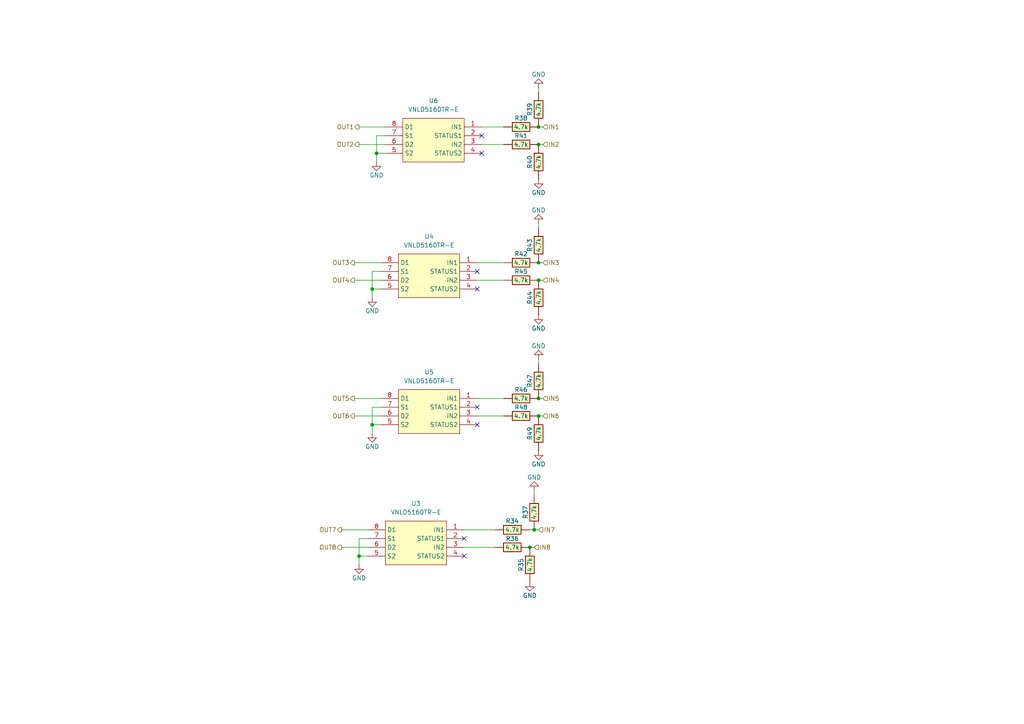
<source format=kicad_sch>
(kicad_sch (version 20231120) (generator "eeschema") (generator_version "8.0")
  (paper "A4")
  (lib_symbols
    (symbol "chips:VNLD5160"
      (property "Reference" "U" (at 6.35 3.81 0))
      (property "Value" "VNLD5160TR-E" (at 12.7 -11.43 0))
      (symbol "VNLD5160_1_1"
        (rectangle (start 5.08 2.54) (end 22.86 -10.16) (fill (type background)))
        (pin input line (at 0 0 0) (length 5.08) (name "IN1") (number "1"))
        (pin open_collector line (at 0 -2.54 0) (length 5.08) (name "STATUS1") (number "2"))
        (pin input line (at 0 -5.08 0) (length 5.08) (name "IN2") (number "3"))
        (pin open_collector line (at 0 -7.62 0) (length 5.08) (name "STATUS2") (number "4"))
        (pin power_in line (at 27.94 -7.62 180) (length 5.08) (name "S2") (number "5"))
        (pin power_out line (at 27.94 -5.08 180) (length 5.08) (name "D2") (number "6"))
        (pin power_in line (at 27.94 -2.54 180) (length 5.08) (name "S1") (number "7"))
        (pin power_out line (at 27.94 0 180) (length 5.08) (name "D1") (number "8"))
      )
    )
    (symbol "hellen-one-common:Res" (pin_numbers hide)
      (property "Reference" "R" (at 3.81 2.54 0))
      (property "Value" "Res" (at 5.08 -2.54 0))
      (symbol "Res_1_0"
        (rectangle (start 2.54 -1.27) (end 7.62 1.27) (stroke (width 0.254)) (fill (type background)))
        (pin passive line (at 0 0 0) (length 2.54) (name "") (number "1"))
        (pin passive line (at 10.16 0 180) (length 2.54) (name "") (number "2"))
      )
    )
    (symbol "power:GND" (power) (pin_numbers hide) (pin_names (offset 0) hide)
      (property "Value" "GND" (at 0 -3.81 0))
      (symbol "GND_0_1"
        (polyline (pts (xy 0 0) (xy 0 -1.27) (xy 1.27 -1.27) (xy 0 -2.54) (xy -1.27 -1.27) (xy 0 -1.27)))
      )
      (symbol "GND_1_1"
        (pin power_in line (at 0 0 270) (length 0) (name "~") (number "1"))
      )
    )
  )
  (junction (at 107.95 123.19))
  (junction (at 154.94 153.67))
  (junction (at 153.67 158.75))
  (junction (at 156.21 76.2))
  (junction (at 107.95 83.82))
  (junction (at 156.21 36.83))
  (junction (at 156.21 120.65))
  (junction (at 156.21 41.91))
  (junction (at 156.21 115.57))
  (junction (at 109.22 44.45))
  (junction (at 156.21 81.28))
  (junction (at 104.14 161.29))
  (no_connect (at 138.43 123.19))
  (no_connect (at 139.7 44.45))
  (no_connect (at 134.62 161.29))
  (no_connect (at 138.43 78.74))
  (no_connect (at 138.43 83.82))
  (no_connect (at 138.43 118.11))
  (no_connect (at 139.7 39.37))
  (no_connect (at 134.62 156.21))
  (wire (pts (xy 156.21 81.28) (xy 157.48 81.28)))
  (wire (pts (xy 154.94 143.51) (xy 154.94 142.24)))
  (wire (pts (xy 107.95 123.19) (xy 110.49 123.19)))
  (wire (pts (xy 99.06 153.67) (xy 106.68 153.67)))
  (wire (pts (xy 156.21 153.67) (xy 154.94 153.67)))
  (wire (pts (xy 107.95 83.82) (xy 107.95 78.74)))
  (wire (pts (xy 138.43 81.28) (xy 146.05 81.28)))
  (wire (pts (xy 107.95 118.11) (xy 110.49 118.11)))
  (wire (pts (xy 153.67 153.67) (xy 154.94 153.67)))
  (wire (pts (xy 156.21 76.2) (xy 157.48 76.2)))
  (wire (pts (xy 156.21 36.83) (xy 157.48 36.83)))
  (wire (pts (xy 107.95 78.74) (xy 110.49 78.74)))
  (wire (pts (xy 102.87 76.2) (xy 110.49 76.2)))
  (wire (pts (xy 104.14 41.91) (xy 111.76 41.91)))
  (wire (pts (xy 156.21 120.65) (xy 157.48 120.65)))
  (wire (pts (xy 107.95 86.36) (xy 107.95 83.82)))
  (wire (pts (xy 138.43 76.2) (xy 146.05 76.2)))
  (wire (pts (xy 104.14 161.29) (xy 104.14 156.21)))
  (wire (pts (xy 107.95 83.82) (xy 110.49 83.82)))
  (wire (pts (xy 156.21 41.91) (xy 157.48 41.91)))
  (wire (pts (xy 138.43 115.57) (xy 146.05 115.57)))
  (wire (pts (xy 102.87 120.65) (xy 110.49 120.65)))
  (wire (pts (xy 156.21 66.04) (xy 156.21 64.77)))
  (wire (pts (xy 104.14 163.83) (xy 104.14 161.29)))
  (wire (pts (xy 134.62 158.75) (xy 143.51 158.75)))
  (wire (pts (xy 104.14 156.21) (xy 106.68 156.21)))
  (wire (pts (xy 102.87 115.57) (xy 110.49 115.57)))
  (wire (pts (xy 99.06 158.75) (xy 106.68 158.75)))
  (wire (pts (xy 104.14 161.29) (xy 106.68 161.29)))
  (wire (pts (xy 138.43 120.65) (xy 146.05 120.65)))
  (wire (pts (xy 156.21 105.41) (xy 156.21 104.14)))
  (wire (pts (xy 109.22 39.37) (xy 111.76 39.37)))
  (wire (pts (xy 139.7 41.91) (xy 146.05 41.91)))
  (wire (pts (xy 156.21 26.67) (xy 156.21 25.4)))
  (wire (pts (xy 134.62 153.67) (xy 143.51 153.67)))
  (wire (pts (xy 109.22 44.45) (xy 109.22 39.37)))
  (wire (pts (xy 109.22 46.99) (xy 109.22 44.45)))
  (wire (pts (xy 109.22 44.45) (xy 111.76 44.45)))
  (wire (pts (xy 102.87 81.28) (xy 110.49 81.28)))
  (wire (pts (xy 107.95 123.19) (xy 107.95 118.11)))
  (wire (pts (xy 104.14 36.83) (xy 111.76 36.83)))
  (wire (pts (xy 156.21 115.57) (xy 157.48 115.57)))
  (wire (pts (xy 107.95 125.73) (xy 107.95 123.19)))
  (wire (pts (xy 139.7 36.83) (xy 146.05 36.83)))
  (wire (pts (xy 153.67 158.75) (xy 154.94 158.75)))
  (hierarchical_label "OUT6" (shape output) (at 102.87 120.65 180))
  (hierarchical_label "IN4" (shape input) (at 157.48 81.28 0))
  (hierarchical_label "OUT8" (shape output) (at 99.06 158.75 180))
  (hierarchical_label "IN3" (shape input) (at 157.48 76.2 0))
  (hierarchical_label "IN5" (shape input) (at 157.48 115.57 0))
  (hierarchical_label "IN7" (shape input) (at 156.21 153.67 0))
  (hierarchical_label "IN8" (shape input) (at 154.94 158.75 0))
  (hierarchical_label "OUT4" (shape output) (at 102.87 81.28 180))
  (hierarchical_label "OUT7" (shape output) (at 99.06 153.67 180))
  (hierarchical_label "OUT1" (shape output) (at 104.14 36.83 180))
  (hierarchical_label "IN6" (shape input) (at 157.48 120.65 0))
  (hierarchical_label "OUT2" (shape output) (at 104.14 41.91 180))
  (hierarchical_label "OUT5" (shape output) (at 102.87 115.57 180))
  (hierarchical_label "IN2" (shape input) (at 157.48 41.91 0))
  (hierarchical_label "IN1" (shape input) (at 157.48 36.83 0))
  (hierarchical_label "OUT3" (shape output) (at 102.87 76.2 180))
  (symbol (lib_id "hellen-one-common:Res") (at 153.67 158.75 90) (mirror x) (unit 1)
    (property "Reference" "R35" (at 151.13 163.83 0))
    (property "Value" "4.7k" (at 153.67 163.83 0))
    (property "Footprint" "hellen-one-common:R0603" (effects (hide yes)))
    (property "LCSC" "C23162" (effects (hide yes)))
  )
  (symbol (lib_id "hellen-one-common:Res") (at 156.21 36.83 0) (mirror y) (unit 1)
    (property "Reference" "R38" (at 151.13 34.29 0))
    (property "Value" "4.7k" (at 151.13 36.83 0))
    (property "Footprint" "hellen-one-common:R0603" (effects (hide yes)))
    (property "LCSC" "C23162" (effects (hide yes)))
  )
  (symbol (lib_id "hellen-one-common:Res") (at 156.21 36.83 90) (unit 1)
    (property "Reference" "R39" (at 153.67 31.75 0))
    (property "Value" "4.7k" (at 156.21 31.75 0))
    (property "Footprint" "hellen-one-common:R0603" (effects (hide yes)))
    (property "LCSC" "C23162" (effects (hide yes)))
  )
  (symbol (lib_id "hellen-one-common:Res") (at 156.21 115.57 0) (mirror y) (unit 1)
    (property "Reference" "R46" (at 151.13 113.03 0))
    (property "Value" "4.7k" (at 151.13 115.57 0))
    (property "Footprint" "hellen-one-common:R0603" (effects (hide yes)))
    (property "LCSC" "C23162" (effects (hide yes)))
  )
  (symbol (lib_id "hellen-one-common:Res") (at 153.67 158.75 0) (mirror y) (unit 1)
    (property "Reference" "R36" (at 148.59 156.21 0))
    (property "Value" "4.7k" (at 148.59 158.75 0))
    (property "Footprint" "hellen-one-common:R0603" (effects (hide yes)))
    (property "LCSC" "C23162" (effects (hide yes)))
  )
  (symbol (lib_id "hellen-one-common:Res") (at 156.21 81.28 90) (mirror x) (unit 1)
    (property "Reference" "R44" (at 153.67 86.36 0))
    (property "Value" "4.7k" (at 156.21 86.36 0))
    (property "Footprint" "hellen-one-common:R0603" (effects (hide yes)))
    (property "LCSC" "C23162" (effects (hide yes)))
  )
  (symbol (lib_id "hellen-one-common:Res") (at 156.21 115.57 90) (unit 1)
    (property "Reference" "R47" (at 153.67 110.49 0))
    (property "Value" "4.7k" (at 156.21 110.49 0))
    (property "Footprint" "hellen-one-common:R0603" (effects (hide yes)))
    (property "LCSC" "C23162" (effects (hide yes)))
  )
  (symbol (lib_id "chips:VNLD5160") (at 139.7 36.83 0) (mirror y) (unit 1)
    (property "Reference" "U6" (at 125.73 29.21 0))
    (property "Value" "VNLD5160TR-E" (at 125.73 31.75 0))
    (property "Footprint" "Package_SO:SOIC-8_3.9x4.9mm_P1.27mm" (effects (hide yes)))
    (property "LCSC" "C377942" (effects (hide yes)))
  )
  (symbol (lib_id "hellen-one-common:Res") (at 156.21 76.2 0) (mirror y) (unit 1)
    (property "Reference" "R42" (at 151.13 73.66 0))
    (property "Value" "4.7k" (at 151.13 76.2 0))
    (property "Footprint" "hellen-one-common:R0603" (effects (hide yes)))
    (property "LCSC" "C23162" (effects (hide yes)))
  )
  (symbol (lib_id "power:GND") (at 104.14 163.83 0) (mirror y) (unit 1)
    (property "Reference" "#PWR021" (effects (hide yes)))
    (property "Value" "GND" (at 104.14 167.64 0))
    (property "Description" "Power symbol creates a global label with name \"GND\" , ground" (effects (hide yes)))
  )
  (symbol (lib_id "hellen-one-common:Res") (at 156.21 81.28 0) (mirror y) (unit 1)
    (property "Reference" "R45" (at 151.13 78.74 0))
    (property "Value" "4.7k" (at 151.13 81.28 0))
    (property "Footprint" "hellen-one-common:R0603" (effects (hide yes)))
    (property "LCSC" "C23162" (effects (hide yes)))
  )
  (symbol (lib_id "power:GND") (at 107.95 125.73 0) (mirror y) (unit 1)
    (property "Reference" "#PWR023" (effects (hide yes)))
    (property "Value" "GND" (at 107.95 129.54 0))
    (property "Description" "Power symbol creates a global label with name \"GND\" , ground" (effects (hide yes)))
  )
  (symbol (lib_id "hellen-one-common:Res") (at 153.67 153.67 0) (mirror y) (unit 1)
    (property "Reference" "R34" (at 148.59 151.13 0))
    (property "Value" "4.7k" (at 148.59 153.67 0))
    (property "Footprint" "hellen-one-common:R0603" (effects (hide yes)))
    (property "LCSC" "C23162" (effects (hide yes)))
  )
  (symbol (lib_id "chips:VNLD5160") (at 138.43 76.2 0) (mirror y) (unit 1)
    (property "Reference" "U4" (at 124.46 68.58 0))
    (property "Value" "VNLD5160TR-E" (at 124.46 71.12 0))
    (property "Footprint" "Package_SO:SOIC-8_3.9x4.9mm_P1.27mm" (effects (hide yes)))
    (property "LCSC" "C377942" (effects (hide yes)))
  )
  (symbol (lib_id "hellen-one-common:Res") (at 156.21 120.65 0) (mirror y) (unit 1)
    (property "Reference" "R48" (at 151.13 118.11 0))
    (property "Value" "4.7k" (at 151.13 120.65 0))
    (property "Footprint" "hellen-one-common:R0603" (effects (hide yes)))
    (property "LCSC" "C23162" (effects (hide yes)))
  )
  (symbol (lib_id "hellen-one-common:Res") (at 154.94 153.67 90) (unit 1)
    (property "Reference" "R37" (at 152.4 148.59 0))
    (property "Value" "4.7k" (at 154.94 148.59 0))
    (property "Footprint" "hellen-one-common:R0603" (effects (hide yes)))
    (property "LCSC" "C23162" (effects (hide yes)))
  )
  (symbol (lib_id "power:GND") (at 156.21 25.4 0) (mirror x) (unit 1)
    (property "Reference" "#PWR050" (effects (hide yes)))
    (property "Value" "GND" (at 156.21 21.59 0))
    (property "Description" "Power symbol creates a global label with name \"GND\" , ground" (effects (hide yes)))
  )
  (symbol (lib_id "hellen-one-common:Res") (at 156.21 41.91 90) (mirror x) (unit 1)
    (property "Reference" "R40" (at 153.67 46.99 0))
    (property "Value" "4.7k" (at 156.21 46.99 0))
    (property "Footprint" "hellen-one-common:R0603" (effects (hide yes)))
    (property "LCSC" "C23162" (effects (hide yes)))
  )
  (symbol (lib_id "hellen-one-common:Res") (at 156.21 41.91 0) (mirror y) (unit 1)
    (property "Reference" "R41" (at 151.13 39.37 0))
    (property "Value" "4.7k" (at 151.13 41.91 0))
    (property "Footprint" "hellen-one-common:R0603" (effects (hide yes)))
    (property "LCSC" "C23162" (effects (hide yes)))
  )
  (symbol (lib_id "hellen-one-common:Res") (at 156.21 120.65 90) (mirror x) (unit 1)
    (property "Reference" "R49" (at 153.67 125.73 0))
    (property "Value" "4.7k" (at 156.21 125.73 0))
    (property "Footprint" "hellen-one-common:R0603" (effects (hide yes)))
    (property "LCSC" "C23162" (effects (hide yes)))
  )
  (symbol (lib_id "power:GND") (at 107.95 86.36 0) (mirror y) (unit 1)
    (property "Reference" "#PWR022" (effects (hide yes)))
    (property "Value" "GND" (at 107.95 90.17 0))
    (property "Description" "Power symbol creates a global label with name \"GND\" , ground" (effects (hide yes)))
  )
  (symbol (lib_id "chips:VNLD5160") (at 138.43 115.57 0) (mirror y) (unit 1)
    (property "Reference" "U5" (at 124.46 107.95 0))
    (property "Value" "VNLD5160TR-E" (at 124.46 110.49 0))
    (property "Footprint" "Package_SO:SOIC-8_3.9x4.9mm_P1.27mm" (effects (hide yes)))
    (property "LCSC" "C377942" (effects (hide yes)))
  )
  (symbol (lib_id "power:GND") (at 109.22 46.99 0) (mirror y) (unit 1)
    (property "Reference" "#PWR043" (effects (hide yes)))
    (property "Value" "GND" (at 109.22 50.8 0))
    (property "Description" "Power symbol creates a global label with name \"GND\" , ground" (effects (hide yes)))
  )
  (symbol (lib_id "chips:VNLD5160") (at 134.62 153.67 0) (mirror y) (unit 1)
    (property "Reference" "U3" (at 120.65 146.05 0))
    (property "Value" "VNLD5160TR-E" (at 120.65 148.59 0))
    (property "Footprint" "Package_SO:SOIC-8_3.9x4.9mm_P1.27mm" (effects (hide yes)))
    (property "LCSC" "C377942" (effects (hide yes)))
  )
  (symbol (lib_id "power:GND") (at 156.21 130.81 0) (unit 1)
    (property "Reference" "#PWR072" (effects (hide yes)))
    (property "Value" "GND" (at 156.21 134.62 0))
    (property "Description" "Power symbol creates a global label with name \"GND\" , ground" (effects (hide yes)))
  )
  (symbol (lib_id "power:GND") (at 156.21 104.14 0) (mirror x) (unit 1)
    (property "Reference" "#PWR071" (effects (hide yes)))
    (property "Value" "GND" (at 156.21 100.33 0))
    (property "Description" "Power symbol creates a global label with name \"GND\" , ground" (effects (hide yes)))
  )
  (symbol (lib_id "power:GND") (at 156.21 91.44 0) (unit 1)
    (property "Reference" "#PWR062" (effects (hide yes)))
    (property "Value" "GND" (at 156.21 95.25 0))
    (property "Description" "Power symbol creates a global label with name \"GND\" , ground" (effects (hide yes)))
  )
  (symbol (lib_id "hellen-one-common:Res") (at 156.21 76.2 90) (unit 1)
    (property "Reference" "R43" (at 153.67 71.12 0))
    (property "Value" "4.7k" (at 156.21 71.12 0))
    (property "Footprint" "hellen-one-common:R0603" (effects (hide yes)))
    (property "LCSC" "C23162" (effects (hide yes)))
  )
  (symbol (lib_id "power:GND") (at 156.21 52.07 0) (unit 1)
    (property "Reference" "#PWR056" (effects (hide yes)))
    (property "Value" "GND" (at 156.21 55.88 0))
    (property "Description" "Power symbol creates a global label with name \"GND\" , ground" (effects (hide yes)))
  )
  (symbol (lib_id "power:GND") (at 154.94 142.24 0) (mirror x) (unit 1)
    (property "Reference" "#PWR049" (effects (hide yes)))
    (property "Value" "GND" (at 154.94 138.43 0))
    (property "Description" "Power symbol creates a global label with name \"GND\" , ground" (effects (hide yes)))
  )
  (symbol (lib_id "power:GND") (at 153.67 168.91 0) (unit 1)
    (property "Reference" "#PWR045" (effects (hide yes)))
    (property "Value" "GND" (at 153.67 172.72 0))
    (property "Description" "Power symbol creates a global label with name \"GND\" , ground" (effects (hide yes)))
  )
  (symbol (lib_id "power:GND") (at 156.21 64.77 0) (mirror x) (unit 1)
    (property "Reference" "#PWR061" (effects (hide yes)))
    (property "Value" "GND" (at 156.21 60.96 0))
    (property "Description" "Power symbol creates a global label with name \"GND\" , ground" (effects (hide yes)))
  )
)
</source>
